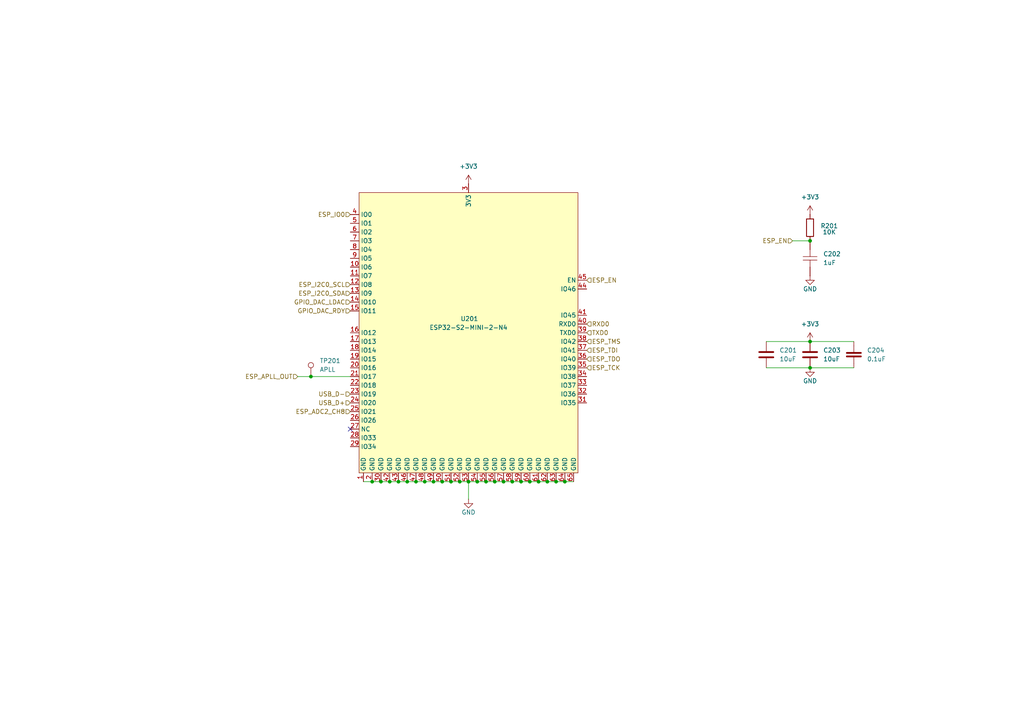
<source format=kicad_sch>
(kicad_sch (version 20250114) (generator "eeschema") (generator_version "9.0")
  (paper "A4")
  (title_block (rev "0") (company "Integrated BioElectronics Laboratory @ NYU Abu Dhabi") (comment 1 "Schematic developed by Hamza Anver"))
  (lib_symbols
    (symbol "Connector:TestPoint" (pin_numbers (hide yes)) (pin_names (offset 0.762) (hide yes))
      (property "Reference" "TP" (at 0 6.858 0))
      (property "Value" "TestPoint" (at 0 5.08 0))
      (symbol "TestPoint_0_1"
        (circle (center 0 3.302) (radius 0.762))
      )
      (symbol "TestPoint_1_1"
        (pin passive line (at 0 0 90) (length 2.54) (name "1") (number "1"))
      )
    )
    (symbol "Device:C" (pin_numbers (hide yes)) (pin_names (offset 0.254))
      (property "Reference" "C" (at 0.635 2.54 0))
      (property "Value" "C" (at 0.635 -2.54 0))
      (symbol "C_0_1"
        (polyline (pts (xy -2.032 0.762) (xy 2.032 0.762)) (stroke (width 0.508)))
        (polyline (pts (xy -2.032 -0.762) (xy 2.032 -0.762)) (stroke (width 0.508)))
      )
      (symbol "C_1_1"
        (pin passive line (at 0 3.81 270) (length 2.794) (name "~") (number "1"))
        (pin passive line (at 0 -3.81 90) (length 2.794) (name "~") (number "2"))
      )
    )
    (symbol "Device:R" (pin_numbers (hide yes)) (pin_names (offset 0))
      (property "Reference" "R" (at 2.032 0 90))
      (property "Value" "R" (at 0 0 90))
      (symbol "R_0_1"
        (rectangle (start -1.016 -2.54) (end 1.016 2.54) (stroke (width 0.254)))
      )
      (symbol "R_1_1"
        (pin passive line (at 0 3.81 270) (length 1.27) (name "~") (number "1"))
        (pin passive line (at 0 -3.81 90) (length 1.27) (name "~") (number "2"))
      )
    )
    (symbol "GRM155R71A104KA01J_1" (pin_numbers (hide yes)) (pin_names (hide yes))
      (property "Reference" "C202" (at 1.2701 -3.81 90))
      (property "Value" "0.1uF" (at -1.2699 -3.81 90))
      (symbol "GRM155R71A104KA01J_1_0_1"
        (polyline (pts (xy -0.51 0) (xy -2.54 0)))
        (polyline (pts (xy -0.51 -2.03) (xy -0.51 2.03)) (stroke (width 0.508)))
        (polyline (pts (xy 0.51 2.03) (xy 0.51 -2.03)) (stroke (width 0.508)))
        (polyline (pts (xy 2.54 0) (xy 0.51 0)))
        (pin unspecified line (at -3.81 0 0) (length 1.27) (name "1") (number "1"))
        (pin unspecified line (at 3.81 0 180) (length 1.27) (name "2") (number "2"))
      )
    )
    (symbol "easyeda2kicad:CL05A105KA5NQNC" (pin_numbers (hide yes)) (pin_names (hide yes))
      (property "Reference" "C" (at 0 5.08 0))
      (property "Value" "CL05A105KA5NQNC" (at 0 -5.08 0))
      (symbol "CL05A105KA5NQNC_0_1"
        (polyline (pts (xy -0.51 0) (xy -2.54 0)))
        (polyline (pts (xy -0.51 -2.03) (xy -0.51 2.03)))
        (polyline (pts (xy 0.51 2.03) (xy 0.51 -2.03)))
        (polyline (pts (xy 2.54 0) (xy 0.51 0)))
        (pin unspecified line (at -5.08 0 0) (length 2.54) (name "1") (number "1"))
        (pin unspecified line (at 5.08 0 180) (length 2.54) (name "2") (number "2"))
      )
    )
    (symbol "easyeda2kicad:ESP32-S2-MINI-2-N4"
      (property "Reference" "U201" (at 0.254 4.064 0))
      (property "Value" "ESP32-S2-MINI-2-N4" (at 0 1.524 0))
      (symbol "ESP32-S2-MINI-2-N4_0_1"
        (rectangle (start -31.75 40.64) (end 31.75 -40.64) (fill (type background)))
        (pin unspecified line (at -34.29 34.29 0) (length 2.54) (name "IO0") (number "4"))
        (pin unspecified line (at -34.29 31.75 0) (length 2.54) (name "IO1") (number "5"))
        (pin unspecified line (at -34.29 29.21 0) (length 2.54) (name "IO2") (number "6"))
        (pin unspecified line (at -34.29 26.67 0) (length 2.54) (name "IO3") (number "7"))
        (pin unspecified line (at -34.29 24.13 0) (length 2.54) (name "IO4") (number "8"))
        (pin unspecified line (at -34.29 21.59 0) (length 2.54) (name "IO5") (number "9"))
        (pin unspecified line (at -34.29 19.05 0) (length 2.54) (name "IO6") (number "10"))
        (pin unspecified line (at -34.29 16.51 0) (length 2.54) (name "IO7") (number "11"))
        (pin unspecified line (at -34.29 13.97 0) (length 2.54) (name "IO8") (number "12"))
        (pin unspecified line (at -34.29 11.43 0) (length 2.54) (name "IO9") (number "13"))
        (pin unspecified line (at -34.29 8.89 0) (length 2.54) (name "IO10") (number "14"))
        (pin unspecified line (at -34.29 6.35 0) (length 2.54) (name "IO11") (number "15"))
        (pin unspecified line (at -34.29 0 0) (length 2.54) (name "IO12") (number "16"))
        (pin unspecified line (at -34.29 -2.54 0) (length 2.54) (name "IO13") (number "17"))
        (pin unspecified line (at -34.29 -5.08 0) (length 2.54) (name "IO14") (number "18"))
        (pin unspecified line (at -34.29 -7.62 0) (length 2.54) (name "IO15") (number "19"))
        (pin unspecified line (at -34.29 -10.16 0) (length 2.54) (name "IO16") (number "20"))
        (pin unspecified line (at -34.29 -12.7 0) (length 2.54) (name "IO17") (number "21"))
        (pin unspecified line (at -34.29 -15.24 0) (length 2.54) (name "IO18") (number "22"))
        (pin unspecified line (at -34.29 -17.78 0) (length 2.54) (name "IO19") (number "23"))
        (pin unspecified line (at -34.29 -20.32 0) (length 2.54) (name "IO20") (number "24"))
        (pin unspecified line (at -34.29 -22.86 0) (length 2.54) (name "IO21") (number "25"))
        (pin unspecified line (at -34.29 -25.4 0) (length 2.54) (name "IO26") (number "26"))
        (pin unspecified line (at -34.29 -27.94 0) (length 2.54) (name "NC") (number "27"))
        (pin unspecified line (at -34.29 -30.48 0) (length 2.54) (name "IO33") (number "28"))
        (pin unspecified line (at -34.29 -33.02 0) (length 2.54) (name "IO34") (number "29"))
        (pin unspecified line (at -30.48 -43.18 90) (length 2.54) (name "GND") (number "1"))
        (pin unspecified line (at -27.94 -43.18 90) (length 2.54) (name "GND") (number "2"))
        (pin unspecified line (at -25.4 -43.18 90) (length 2.54) (name "GND") (number "30"))
        (pin unspecified line (at -22.86 -43.18 90) (length 2.54) (name "GND") (number "42"))
        (pin unspecified line (at -20.32 -43.18 90) (length 2.54) (name "GND") (number "43"))
        (pin unspecified line (at -17.78 -43.18 90) (length 2.54) (name "GND") (number "46"))
        (pin unspecified line (at -15.24 -43.18 90) (length 2.54) (name "GND") (number "47"))
        (pin unspecified line (at -12.7 -43.18 90) (length 2.54) (name "GND") (number "48"))
        (pin unspecified line (at -10.16 -43.18 90) (length 2.54) (name "GND") (number "49"))
        (pin unspecified line (at -7.62 -43.18 90) (length 2.54) (name "GND") (number "50"))
        (pin unspecified line (at -5.08 -43.18 90) (length 2.54) (name "GND") (number "51"))
        (pin unspecified line (at -2.54 -43.18 90) (length 2.54) (name "GND") (number "52"))
        (pin unspecified line (at 0 43.18 270) (length 2.54) (name "3V3") (number "3"))
        (pin unspecified line (at 0 -43.18 90) (length 2.54) (name "GND") (number "53"))
        (pin unspecified line (at 2.54 -43.18 90) (length 2.54) (name "GND") (number "54"))
        (pin unspecified line (at 5.08 -43.18 90) (length 2.54) (name "GND") (number "55"))
        (pin unspecified line (at 7.62 -43.18 90) (length 2.54) (name "GND") (number "56"))
        (pin unspecified line (at 10.16 -43.18 90) (length 2.54) (name "GND") (number "57"))
        (pin unspecified line (at 12.7 -43.18 90) (length 2.54) (name "GND") (number "58"))
        (pin unspecified line (at 15.24 -43.18 90) (length 2.54) (name "GND") (number "59"))
        (pin unspecified line (at 17.78 -43.18 90) (length 2.54) (name "GND") (number "60"))
        (pin unspecified line (at 20.32 -43.18 90) (length 2.54) (name "GND") (number "61"))
        (pin unspecified line (at 22.86 -43.18 90) (length 2.54) (name "GND") (number "62"))
        (pin unspecified line (at 25.4 -43.18 90) (length 2.54) (name "GND") (number "63"))
        (pin unspecified line (at 27.94 -43.18 90) (length 2.54) (name "GND") (number "64"))
        (pin unspecified line (at 30.48 -43.18 90) (length 2.54) (name "GND") (number "65"))
        (pin unspecified line (at 34.29 15.24 180) (length 2.54) (name "EN") (number "45"))
        (pin unspecified line (at 34.29 12.7 180) (length 2.54) (name "IO46") (number "44"))
        (pin unspecified line (at 34.29 5.08 180) (length 2.54) (name "IO45") (number "41"))
        (pin unspecified line (at 34.29 2.54 180) (length 2.54) (name "RXD0") (number "40"))
        (pin unspecified line (at 34.29 0 180) (length 2.54) (name "TXD0") (number "39"))
        (pin unspecified line (at 34.29 -2.54 180) (length 2.54) (name "IO42") (number "38"))
        (pin unspecified line (at 34.29 -5.08 180) (length 2.54) (name "IO41") (number "37"))
        (pin unspecified line (at 34.29 -7.62 180) (length 2.54) (name "IO40") (number "36"))
        (pin unspecified line (at 34.29 -10.16 180) (length 2.54) (name "IO39") (number "35"))
        (pin unspecified line (at 34.29 -12.7 180) (length 2.54) (name "IO38") (number "34"))
        (pin unspecified line (at 34.29 -15.24 180) (length 2.54) (name "IO37") (number "33"))
        (pin unspecified line (at 34.29 -17.78 180) (length 2.54) (name "IO36") (number "32"))
        (pin unspecified line (at 34.29 -20.32 180) (length 2.54) (name "IO35") (number "31"))
      )
    )
    (symbol "power:+3V3" (power) (pin_numbers (hide yes)) (pin_names (offset 0) (hide yes))
      (property "Value" "+3V3" (at 0 3.556 0))
      (symbol "+3V3_0_1"
        (polyline (pts (xy -0.762 1.27) (xy 0 2.54)))
        (polyline (pts (xy 0 2.54) (xy 0.762 1.27)))
        (polyline (pts (xy 0 0) (xy 0 2.54)))
      )
      (symbol "+3V3_1_1"
        (pin power_in line (at 0 0 90) (length 0) (name "~") (number "1"))
      )
    )
    (symbol "power:GND" (power) (pin_numbers (hide yes)) (pin_names (offset 0) (hide yes))
      (property "Value" "GND" (at 0 -3.81 0))
      (symbol "GND_0_1"
        (polyline (pts (xy 0 0) (xy 0 -1.27) (xy 1.27 -1.27) (xy 0 -2.54) (xy -1.27 -1.27) (xy 0 -1.27)))
      )
      (symbol "GND_1_1"
        (pin power_in line (at 0 0 270) (length 0) (name "~") (number "1"))
      )
    )
  )
  (junction (at 125.73 139.7))
  (junction (at 148.59 139.7))
  (junction (at 234.95 69.85))
  (junction (at 234.95 99.06))
  (junction (at 138.43 139.7))
  (junction (at 158.75 139.7))
  (junction (at 153.67 139.7))
  (junction (at 90.17 109.22))
  (junction (at 161.29 139.7))
  (junction (at 143.51 139.7))
  (junction (at 156.21 139.7))
  (junction (at 163.83 139.7))
  (junction (at 113.03 139.7))
  (junction (at 118.11 139.7))
  (junction (at 151.13 139.7))
  (junction (at 135.89 139.7))
  (junction (at 234.95 106.68))
  (junction (at 120.65 139.7))
  (junction (at 146.05 139.7))
  (junction (at 133.35 139.7))
  (junction (at 107.95 139.7))
  (junction (at 128.27 139.7))
  (junction (at 115.57 139.7))
  (junction (at 130.81 139.7))
  (junction (at 140.97 139.7))
  (junction (at 123.19 139.7))
  (junction (at 110.49 139.7))
  (no_connect (at 101.6 124.46))
  (wire (pts (xy 140.97 139.7) (xy 143.51 139.7)))
  (wire (pts (xy 118.11 139.7) (xy 120.65 139.7)))
  (wire (pts (xy 125.73 139.7) (xy 128.27 139.7)))
  (wire (pts (xy 110.49 139.7) (xy 113.03 139.7)))
  (wire (pts (xy 151.13 139.7) (xy 153.67 139.7)))
  (wire (pts (xy 133.35 139.7) (xy 135.89 139.7)))
  (wire (pts (xy 120.65 139.7) (xy 123.19 139.7)))
  (wire (pts (xy 163.83 139.7) (xy 166.37 139.7)))
  (wire (pts (xy 128.27 139.7) (xy 130.81 139.7)))
  (wire (pts (xy 234.95 106.68) (xy 247.65 106.68)))
  (wire (pts (xy 234.95 99.06) (xy 247.65 99.06)))
  (wire (pts (xy 146.05 139.7) (xy 148.59 139.7)))
  (wire (pts (xy 156.21 139.7) (xy 158.75 139.7)))
  (wire (pts (xy 135.89 139.7) (xy 138.43 139.7)))
  (wire (pts (xy 161.29 139.7) (xy 163.83 139.7)))
  (wire (pts (xy 86.36 109.22) (xy 90.17 109.22)))
  (wire (pts (xy 130.81 139.7) (xy 133.35 139.7)))
  (wire (pts (xy 115.57 139.7) (xy 118.11 139.7)))
  (wire (pts (xy 222.25 106.68) (xy 234.95 106.68)))
  (wire (pts (xy 90.17 109.22) (xy 101.6 109.22)))
  (wire (pts (xy 158.75 139.7) (xy 161.29 139.7)))
  (wire (pts (xy 153.67 139.7) (xy 156.21 139.7)))
  (wire (pts (xy 148.59 139.7) (xy 151.13 139.7)))
  (wire (pts (xy 143.51 139.7) (xy 146.05 139.7)))
  (wire (pts (xy 138.43 139.7) (xy 140.97 139.7)))
  (wire (pts (xy 135.89 144.78) (xy 135.89 139.7)))
  (wire (pts (xy 107.95 139.7) (xy 110.49 139.7)))
  (wire (pts (xy 222.25 99.06) (xy 234.95 99.06)))
  (wire (pts (xy 113.03 139.7) (xy 115.57 139.7)))
  (wire (pts (xy 123.19 139.7) (xy 125.73 139.7)))
  (wire (pts (xy 105.41 139.7) (xy 107.95 139.7)))
  (wire (pts (xy 229.87 69.85) (xy 234.95 69.85)))
  (hierarchical_label "ESP_I2C0_SDA" (shape input) (at 101.6 85.09 180))
  (hierarchical_label "ESP_ADC2_CH8" (shape input) (at 101.6 119.38 180))
  (hierarchical_label "TXD0" (shape input) (at 170.18 96.52 0))
  (hierarchical_label "ESP_TDO" (shape input) (at 170.18 104.14 0))
  (hierarchical_label "RXD0" (shape input) (at 170.18 93.98 0))
  (hierarchical_label "ESP_APLL_OUT" (shape input) (at 86.36 109.22 180))
  (hierarchical_label "ESP_I2C0_SCL" (shape input) (at 101.6 82.55 180))
  (hierarchical_label "ESP_TCK" (shape input) (at 170.18 106.68 0))
  (hierarchical_label "USB_D-" (shape input) (at 101.6 114.3 180))
  (hierarchical_label "GPIO_DAC_LDAC" (shape input) (at 101.6 87.63 180))
  (hierarchical_label "GPIO_DAC_RDY" (shape input) (at 101.6 90.17 180))
  (hierarchical_label "ESP_TMS" (shape input) (at 170.18 99.06 0))
  (hierarchical_label "ESP_EN" (shape input) (at 170.18 81.28 0))
  (hierarchical_label "ESP_EN" (shape input) (at 229.87 69.85 180))
  (hierarchical_label "ESP_TDI" (shape input) (at 170.18 101.6 0))
  (hierarchical_label "ESP_IO0" (shape input) (at 101.6 62.23 180))
  (hierarchical_label "USB_D+" (shape input) (at 101.6 116.84 180))
  (symbol (lib_id "easyeda2kicad:CL05A105KA5NQNC") (at 234.95 74.93 90) (unit 1)
    (property "Reference" "C202" (at 238.76 73.6599 90) (effects (justify right)))
    (property "Value" "1uF" (at 238.76 76.1999 90) (effects (justify right)))
    (property "Footprint" "easyeda2kicad:C0402" (effects (hide yes)))
    (property "Datasheet" "https://lcsc.com/product-detail/Multilayer-Ceramic-Capacitors-MLCC-SMD-SMT_SAMSUNG_CL05A105KA5NQNC_1uF-105-10-25V_C52923.html" (effects (hide yes)))
    (property "LCSC Part" "C52923" (effects (hide yes)))
    (property "MPN" "CL05A105KA5NQNC" (effects (hide yes)))
  )
  (symbol (lib_id "Device:C") (at 234.95 102.87 0) (unit 1)
    (property "Reference" "C203" (at 238.76 101.5999 0) (effects (justify left)))
    (property "Value" "10uF" (at 238.76 104.1399 0) (effects (justify left)))
    (property "Footprint" "Capacitor_SMD:C_0603_1608Metric_Pad1.08x0.95mm_HandSolder" (effects (hide yes)))
    (property "Description" "Unpolarized capacitor" (effects (hide yes)))
    (property "LCSC" "C96446" (effects (hide yes)))
    (property "MPN" "CL10A106MA8NRNC" (effects (hide yes)))
  )
  (symbol (lib_id "power:+3V3") (at 234.95 62.23 0) (unit 1)
    (property "Reference" "#PWR0203" (effects (hide yes)))
    (property "Value" "+3V3" (at 234.95 57.15 0))
    (property "Description" "Power symbol creates a global label with name \"+3V3\"" (effects (hide yes)))
  )
  (symbol (lib_id "power:+3V3") (at 234.95 99.06 0) (unit 1)
    (property "Reference" "#PWR0205" (effects (hide yes)))
    (property "Value" "+3V3" (at 234.95 93.98 0))
    (property "Description" "Power symbol creates a global label with name \"+3V3\"" (effects (hide yes)))
  )
  (symbol (lib_id "Device:C") (at 222.25 102.87 0) (unit 1)
    (property "Reference" "C201" (at 226.06 101.5999 0) (effects (justify left)))
    (property "Value" "10uF" (at 226.06 104.1399 0) (effects (justify left)))
    (property "Footprint" "Capacitor_SMD:C_0603_1608Metric_Pad1.08x0.95mm_HandSolder" (effects (hide yes)))
    (property "Description" "Unpolarized capacitor" (effects (hide yes)))
    (property "LCSC" "C96446" (effects (hide yes)))
    (property "MPN" "CL10A106MA8NRNC" (effects (hide yes)))
  )
  (symbol (lib_id "easyeda2kicad:ESP32-S2-MINI-2-N4") (at 135.89 96.52 0) (unit 1)
    (property "Reference" "U201" (at 136.144 92.456 0))
    (property "Value" "ESP32-S2-MINI-2-N4" (at 135.89 94.996 0))
    (property "Footprint" "easyeda2kicad:WIFI-SMD_ESP32-MINI-1-N4" (effects (hide yes)))
    (property "LCSC Part" "C3013906" (effects (hide yes)))
  )
  (symbol (lib_id "Connector:TestPoint") (at 90.17 109.22 0) (unit 1)
    (property "Reference" "TP201" (at 92.71 104.6479 0) (effects (justify left)))
    (property "Value" "APLL" (at 92.71 107.1879 0) (effects (justify left)))
    (property "Footprint" "TestPoint:TestPoint_Pad_1.0x1.0mm" (effects (hide yes)))
    (property "Description" "test point" (effects (hide yes)))
  )
  (symbol (lib_name "GRM155R71A104KA01J_1") (lib_id "easyeda2kicad:GRM155R71A104KA01J") (at 247.65 102.87 90) (unit 1)
    (property "Reference" "C204" (at 251.46 101.5999 90) (effects (justify right)))
    (property "Value" "0.1uF" (at 251.46 104.1399 90) (effects (justify right)))
    (property "Footprint" "easyeda2kicad:C0402" (effects (hide yes)))
    (property "Datasheet" "https://www.lcsc.com/product-detail/Multilayer-Ceramic-Capacitors-MLCC-SMD-SMT_Murata-Electronics-GRM155R71A104KA01J_C6955083.html?s_z=n_0.1uF" (effects (hide yes)))
    (property "LCSC Part" "C6955083" (effects (hide yes)))
    (property "MPN" "GRM155R71A104KA01J" (effects (hide yes)))
  )
  (symbol (lib_id "power:GND") (at 234.95 106.68 0) (unit 1)
    (property "Reference" "#PWR0206" (effects (hide yes)))
    (property "Value" "GND" (at 234.95 110.49 0))
    (property "Description" "Power symbol creates a global label with name \"GND\" , ground" (effects (hide yes)))
  )
  (symbol (lib_id "power:GND") (at 135.89 144.78 0) (unit 1)
    (property "Reference" "#PWR0202" (effects (hide yes)))
    (property "Value" "GND" (at 135.89 148.59 0))
    (property "Description" "Power symbol creates a global label with name \"GND\" , ground" (effects (hide yes)))
  )
  (symbol (lib_id "power:GND") (at 234.95 80.01 0) (unit 1)
    (property "Reference" "#PWR0204" (effects (hide yes)))
    (property "Value" "GND" (at 234.95 83.82 0))
    (property "Description" "Power symbol creates a global label with name \"GND\" , ground" (effects (hide yes)))
  )
  (symbol (lib_id "power:+3V3") (at 135.89 53.34 0) (unit 1)
    (property "Reference" "#PWR0201" (effects (hide yes)))
    (property "Value" "+3V3" (at 135.89 48.26 0))
    (property "Description" "Power symbol creates a global label with name \"+3V3\"" (effects (hide yes)))
  )
  (symbol (lib_id "Device:R") (at 234.95 66.04 180) (unit 1)
    (property "Reference" "R201" (at 240.538 65.532 0))
    (property "Value" "10K" (at 240.538 67.31 0))
    (property "Footprint" "Resistor_SMD:R_0603_1608Metric_Pad0.98x0.95mm_HandSolder" (effects (hide yes)))
    (property "Datasheet" "https://lcsc.com/product-detail/Chip-Resistor-Surface-Mount-UniOhm_10KR-1002-1_C25804.html" (effects (hide yes)))
    (property "Description" "Resistor" (effects (hide yes)))
    (property "LCSC" "C25804" (effects (hide yes)))
    (property "MPN" "0603WAF1002T5E" (effects (hide yes)))
  )
)
</source>
